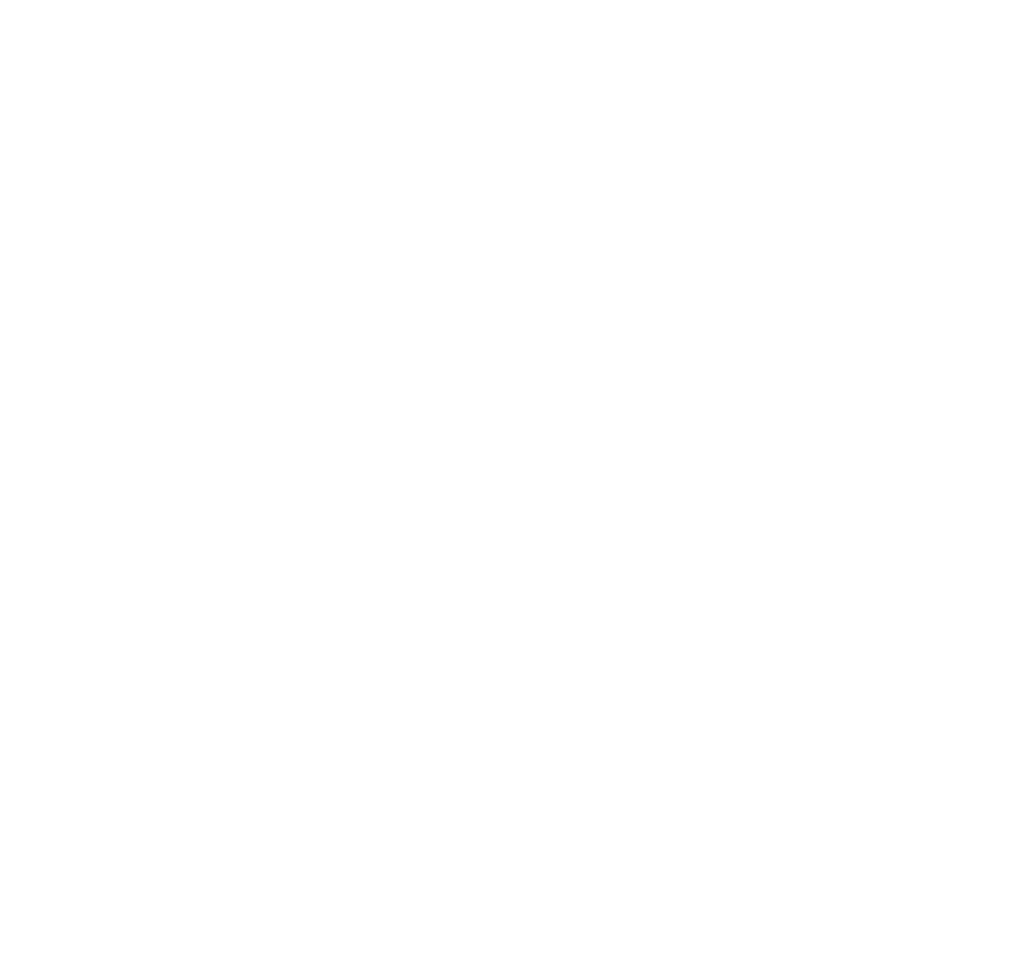
<source format=kicad_pcb>
(kicad_pcb (version 20240108) (generator "pcbnew") (generator_version "8.0")
  (layers (0 "F.Cu" signal) (31 "B.Cu" signal) (34 "B.Paste" user) (35 "F.Paste" user) (36 "B.SilkS" user "B.Silkscreen") (37 "F.SilkS" user "F.Silkscreen") (38 "B.Mask" user) (39 "F.Mask" user) (44 "Edge.Cuts" user))
  (net 0 "")
  (footprint "TestPoint:TestPoint_THTPad_D1.5mm_Drill0.7mm" (layer "F.Cu") (at 115.7782 76.708)
    (property "Reference" "REF**" (hide yes))
    (property "Value" "TestPoint_THTPad_D1.5mm_Drill0.7mm")
    (fp_circle (center 0 0) (end 0 0.95) (stroke (width 0.12)) (fill none) (layer "F.SilkS"))
    (pad "1" thru_hole circle (at 0 0) (size 1.2 1.2) (drill 0.7) (layers "*.Cu" "*.Mask"))
  )
  (footprint "TestPoint:TestPoint_THTPad_D1.5mm_Drill0.7mm" (layer "F.Cu") (at 115.7782 75.438)
    (property "Reference" "REF**" (hide yes))
    (property "Value" "TestPoint_THTPad_D1.5mm_Drill0.7mm")
    (fp_circle (center 0 0) (end 0 0.95) (stroke (width 0.12)) (fill none) (layer "F.SilkS"))
    (pad "1" thru_hole circle (at 0 0) (size 1.2 1.2) (drill 0.7) (layers "*.Cu" "*.Mask"))
  )
  (footprint "TestPoint:TestPoint_THTPad_D1.5mm_Drill0.7mm" (layer "F.Cu") (at 113.8682 75.438)
    (property "Reference" "REF**" (hide yes))
    (property "Value" "TestPoint_THTPad_D1.5mm_Drill0.7mm")
    (fp_circle (center 0 0) (end 0 0.95) (stroke (width 0.12)) (fill none) (layer "F.SilkS"))
    (pad "1" thru_hole circle (at 0 0) (size 1.2 1.2) (drill 0.7) (layers "*.Cu" "*.Mask"))
  )
  (footprint "TestPoint:TestPoint_THTPad_D1.5mm_Drill0.7mm" (layer "F.Cu") (at 113.8682 76.708)
    (property "Reference" "REF**" (hide yes))
    (property "Value" "TestPoint_THTPad_D1.5mm_Drill0.7mm")
    (fp_circle (center 0 0) (end 0 0.95) (stroke (width 0.12)) (fill none) (layer "F.SilkS"))
    (pad "1" thru_hole circle (at 0 0) (size 1.2 1.2) (drill 0.7) (layers "*.Cu" "*.Mask"))
  )
  (footprint "TestPoint:TestPoint_THTPad_D1.5mm_Drill0.7mm" (layer "F.Cu") (at 117.6882 76.708)
    (property "Reference" "REF**" (hide yes))
    (property "Value" "TestPoint_THTPad_D1.5mm_Drill0.7mm")
    (fp_circle (center 0 0) (end 0 0.95) (stroke (width 0.12)) (fill none) (layer "F.SilkS"))
    (pad "1" thru_hole circle (at 0 0) (size 1.2 1.2) (drill 0.7) (layers "*.Cu" "*.Mask"))
  )
  (footprint "TestPoint:TestPoint_THTPad_D1.5mm_Drill0.7mm" (layer "F.Cu") (at 117.6882 75.438)
    (property "Reference" "REF**" (hide yes))
    (property "Value" "TestPoint_THTPad_D1.5mm_Drill0.7mm")
    (fp_circle (center 0 0) (end 0 0.95) (stroke (width 0.12)) (fill none) (layer "F.SilkS"))
    (pad "1" thru_hole circle (at 0 0) (size 1.2 1.2) (drill 0.7) (layers "*.Cu" "*.Mask"))
  )
  (gr_poly (pts (xy 106.87304 73.54139) (xy 106.1974 73.54139) (xy 106.1974 73.49897) (xy 106.87304 73.49897)) (fill solid) (layer "F.SilkS"))
  (gr_poly (pts (xy 110.6424 73.49884) (xy 109.96422 73.49884) (xy 109.96422 73.45668) (xy 110.6424 73.45668)) (fill solid) (layer "F.SilkS"))
  (gr_poly (pts (xy 109.45622 72.99084) (xy 107.42422 72.99084) (xy 107.42422 72.94868) (xy 109.45622 72.94868)) (fill solid) (layer "F.SilkS"))
  (gr_poly (pts (xy 108.56722 71.63639) (xy 108.27004 71.63639) (xy 108.27004 71.59397) (xy 108.56722 71.59397)) (fill solid) (layer "F.SilkS"))
  (gr_poly (pts (xy 106.87304 72.14439) (xy 106.1974 72.14439) (xy 106.1974 72.10197) (xy 106.87304 72.10197)) (fill solid) (layer "F.SilkS"))
  (gr_poly (pts (xy 109.71022 74.51484) (xy 108.4834 74.51484) (xy 108.4834 74.47268) (xy 109.71022 74.47268)) (fill solid) (layer "F.SilkS"))
  (gr_poly (pts (xy 106.87304 72.01739) (xy 106.1974 72.01739) (xy 106.1974 71.97497) (xy 106.87304 71.97497)) (fill solid) (layer "F.SilkS"))
  (gr_poly (pts (xy 107.2134 73.8378) (xy 106.1974 73.8378) (xy 106.1974 73.79538) (xy 107.2134 73.79538)) (fill solid) (layer "F.SilkS"))
  (gr_poly (pts (xy 106.87304 72.52539) (xy 106.1974 72.52539) (xy 106.1974 72.48297) (xy 106.87304 72.48297)) (fill solid) (layer "F.SilkS"))
  (gr_poly (pts (xy 110.6424 73.87984) (xy 109.58322 73.87984) (xy 109.58322 73.83768) (xy 110.6424 73.83768)) (fill solid) (layer "F.SilkS"))
  (gr_poly (pts (xy 108.6104 70.32384) (xy 108.2294 70.32384) (xy 108.2294 70.28168) (xy 108.6104 70.28168)) (fill solid) (layer "F.SilkS"))
  (gr_poly (pts (xy 110.6424 71.8058) (xy 110.09122 71.8058) (xy 110.09122 71.76338) (xy 110.6424 71.76338)) (fill solid) (layer "F.SilkS"))
  (gr_poly (pts (xy 109.58322 70.87439) (xy 107.25404 70.87439) (xy 107.25404 70.83197) (xy 109.58322 70.83197)) (fill solid) (layer "F.SilkS"))
  (gr_poly (pts (xy 106.87304 72.60984) (xy 106.1974 72.60984) (xy 106.1974 72.56768) (xy 106.87304 72.56768)) (fill solid) (layer "F.SilkS"))
  (gr_poly (pts (xy 108.6104 71.6788) (xy 108.2294 71.6788) (xy 108.2294 71.63638) (xy 108.6104 71.63638)) (fill solid) (layer "F.SilkS"))
  (gr_poly (pts (xy 109.96422 71.08584) (xy 108.65104 71.08584) (xy 108.65104 71.04368) (xy 109.96422 71.04368)) (fill solid) (layer "F.SilkS"))
  (gr_poly (pts (xy 110.55604 74.00684) (xy 109.32922 74.00684) (xy 109.32922 73.96468) (xy 110.55604 73.96468)) (fill solid) (layer "F.SilkS"))
  (gr_poly (pts (xy 109.7534 72.73684) (xy 107.42422 72.73684) (xy 107.42422 72.69468) (xy 109.7534 72.69468)) (fill solid) (layer "F.SilkS"))
  (gr_poly (pts (xy 109.4994 70.83184) (xy 107.3404 70.83184) (xy 107.3404 70.78968) (xy 109.4994 70.78968)) (fill solid) (layer "F.SilkS"))
  (gr_poly (pts (xy 109.03204 71.9328) (xy 107.80522 71.9328) (xy 107.80522 71.89038) (xy 109.03204 71.89038)) (fill solid) (layer "F.SilkS"))
  (gr_poly (pts (xy 106.87304 71.97484) (xy 106.1974 71.97484) (xy 106.1974 71.93268) (xy 106.87304 71.93268)) (fill solid) (layer "F.SilkS"))
  (gr_poly (pts (xy 109.32922 73.41439) (xy 107.55122 73.41439) (xy 107.55122 73.37197) (xy 109.32922 73.37197)) (fill solid) (layer "F.SilkS"))
  (gr_poly (pts (xy 109.83722 72.6948) (xy 107.42422 72.6948) (xy 107.42422 72.65238) (xy 109.83722 72.65238)) (fill solid) (layer "F.SilkS"))
  (gr_poly (pts (xy 106.87304 72.4408) (xy 106.1974 72.4408) (xy 106.1974 72.39838) (xy 106.87304 72.39838)) (fill solid) (layer "F.SilkS"))
  (gr_poly (pts (xy 106.87304 72.73684) (xy 106.1974 72.73684) (xy 106.1974 72.69468) (xy 106.87304 72.69468)) (fill solid) (layer "F.SilkS"))
  (gr_poly (pts (xy 107.76204 71.33984) (xy 106.4514 71.33984) (xy 106.4514 71.29768) (xy 107.76204 71.29768)) (fill solid) (layer "F.SilkS"))
  (gr_poly (pts (xy 108.77804 70.4088) (xy 108.1024 70.4088) (xy 108.1024 70.36638) (xy 108.77804 70.36638)) (fill solid) (layer "F.SilkS"))
  (gr_poly (pts (xy 108.4834 70.23939) (xy 108.39704 70.23939) (xy 108.39704 70.19697) (xy 108.4834 70.19697)) (fill solid) (layer "F.SilkS"))
  (gr_poly (pts (xy 107.5944 74.04939) (xy 106.36504 74.04939) (xy 106.36504 74.00697) (xy 107.5944 74.00697)) (fill solid) (layer "F.SilkS"))
  (gr_poly (pts (xy 110.09122 71.1708) (xy 108.77804 71.1708) (xy 108.77804 71.12838) (xy 110.09122 71.12838)) (fill solid) (layer "F.SilkS"))
  (gr_poly (pts (xy 110.09122 74.30339) (xy 108.8644 74.30339) (xy 108.8644 74.26097) (xy 110.09122 74.26097)) (fill solid) (layer "F.SilkS"))
  (gr_poly (pts (xy 107.38104 71.5518) (xy 106.1974 71.5518) (xy 106.1974 71.50938) (xy 107.38104 71.50938)) (fill solid) (layer "F.SilkS"))
  (gr_poly (pts (xy 106.9594 73.66839) (xy 106.1974 73.66839) (xy 106.1974 73.62597) (xy 106.9594 73.62597)) (fill solid) (layer "F.SilkS"))
  (gr_poly (pts (xy 108.56722 75.19239) (xy 108.27004 75.19239) (xy 108.27004 75.14997) (xy 108.56722 75.14997)) (fill solid) (layer "F.SilkS"))
  (gr_poly (pts (xy 108.69422 71.72084) (xy 108.14304 71.72084) (xy 108.14304 71.67868) (xy 108.69422 71.67868)) (fill solid) (layer "F.SilkS"))
  (gr_poly (pts (xy 108.9914 70.5358) (xy 107.8484 70.5358) (xy 107.8484 70.49338) (xy 108.9914 70.49338)) (fill solid) (layer "F.SilkS"))
  (gr_poly (pts (xy 106.87304 72.22884) (xy 106.1974 72.22884) (xy 106.1974 72.18668) (xy 106.87304 72.18668)) (fill solid) (layer "F.SilkS"))
  (gr_poly (pts (xy 110.6424 72.4408) (xy 107.42422 72.4408) (xy 107.42422 72.39838) (xy 110.6424 72.39838)) (fill solid) (layer "F.SilkS"))
  (gr_poly (pts (xy 110.30204 74.17639) (xy 109.07522 74.17639) (xy 109.07522 74.13397) (xy 110.30204 74.13397)) (fill solid) (layer "F.SilkS"))
  (gr_poly (pts (xy 106.87304 71.84784) (xy 106.1974 71.84784) (xy 106.1974 71.80568) (xy 106.87304 71.80568)) (fill solid) (layer "F.SilkS"))
  (gr_poly (pts (xy 110.6424 72.60984) (xy 107.42422 72.60984) (xy 107.42422 72.56768) (xy 110.6424 72.56768)) (fill solid) (layer "F.SilkS"))
  (gr_poly (pts (xy 109.92104 72.65239) (xy 107.42422 72.65239) (xy 107.42422 72.60997) (xy 109.92104 72.60997)) (fill solid) (layer "F.SilkS"))
  (gr_poly (pts (xy 110.6424 72.01739) (xy 109.7534 72.01739) (xy 109.7534 71.97497) (xy 110.6424 71.97497)) (fill solid) (layer "F.SilkS"))
  (gr_poly (pts (xy 108.27004 71.0438) (xy 106.9594 71.0438) (xy 106.9594 71.00138) (xy 108.27004 71.00138)) (fill solid) (layer "F.SilkS"))
  (gr_poly (pts (xy 106.87304 72.1868) (xy 106.1974 72.1868) (xy 106.1974 72.14438) (xy 106.87304 72.14438)) (fill solid) (layer "F.SilkS"))
  (gr_poly (pts (xy 110.6424 73.75284) (xy 109.79404 73.75284) (xy 109.79404 73.71068) (xy 110.6424 73.71068)) (fill solid) (layer "F.SilkS"))
  (gr_poly (pts (xy 106.87304 72.10184) (xy 106.1974 72.10184) (xy 106.1974 72.05968) (xy 106.87304 72.05968)) (fill solid) (layer "F.SilkS"))
  (gr_poly (pts (xy 109.3724 72.14439) (xy 107.4674 72.14439) (xy 107.4674 72.10197) (xy 109.3724 72.10197)) (fill solid) (layer "F.SilkS"))
  (gr_poly (pts (xy 109.3724 70.74739) (xy 107.50804 70.74739) (xy 107.50804 70.70497) (xy 109.3724 70.70497)) (fill solid) (layer "F.SilkS"))
  (gr_poly (pts (xy 109.07522 74.89584) (xy 107.76204 74.89584) (xy 107.76204 74.85368) (xy 109.07522 74.85368)) (fill solid) (layer "F.SilkS"))
  (gr_poly (pts (xy 110.6424 72.0598) (xy 109.66704 72.0598) (xy 109.66704 72.01738) (xy 110.6424 72.01738)) (fill solid) (layer "F.SilkS"))
  (gr_poly (pts (xy 108.14304 74.38784) (xy 106.91622 74.38784) (xy 106.91622 74.34568) (xy 108.14304 74.34568)) (fill solid) (layer "F.SilkS"))
  (gr_poly (pts (xy 108.90504 70.49339) (xy 107.93222 70.49339) (xy 107.93222 70.45097) (xy 108.90504 70.45097)) (fill solid) (layer "F.SilkS"))
  (gr_poly (pts (xy 108.2294 74.43039) (xy 107.00004 74.43039) (xy 107.00004 74.38797) (xy 108.2294 74.38797)) (fill solid) (layer "F.SilkS"))
  (gr_poly (pts (xy 107.0864 73.75284) (xy 106.1974 73.75284) (xy 106.1974 73.71068) (xy 107.0864 73.71068)) (fill solid) (layer "F.SilkS"))
  (gr_poly (pts (xy 110.6424 73.37184) (xy 109.96422 73.37184) (xy 109.96422 73.32968) (xy 110.6424 73.32968)) (fill solid) (layer "F.SilkS"))
  (gr_poly (pts (xy 107.9754 71.21284) (xy 106.66222 71.21284) (xy 106.66222 71.17068) (xy 107.9754 71.17068)) (fill solid) (layer "F.SilkS"))
  (gr_poly (pts (xy 107.50804 74.00684) (xy 106.28122 74.00684) (xy 106.28122 73.96468) (xy 107.50804 73.96468)) (fill solid) (layer "F.SilkS"))
  (gr_poly (pts (xy 106.87304 73.5838) (xy 106.1974 73.5838) (xy 106.1974 73.54138) (xy 106.87304 73.54138)) (fill solid) (layer "F.SilkS"))
  (gr_poly (pts (xy 110.6424 72.90639) (xy 109.96422 72.90639) (xy 109.96422 72.86397) (xy 110.6424 72.86397)) (fill solid) (layer "F.SilkS"))
  (gr_poly (pts (xy 110.34522 74.13384) (xy 109.1184 74.13384) (xy 109.1184 74.09168) (xy 110.34522 74.09168)) (fill solid) (layer "F.SilkS"))
  (gr_poly (pts (xy 109.66704 70.9168) (xy 107.2134 70.9168) (xy 107.2134 70.87438) (xy 109.66704 70.87438)) (fill solid) (layer "F.SilkS"))
  (gr_poly (pts (xy 108.4834 73.87984) (xy 108.3564 73.87984) (xy 108.3564 73.83768) (xy 108.4834 73.83768)) (fill solid) (layer "F.SilkS"))
  (gr_poly (pts (xy 110.6424 73.4568) (xy 109.96422 73.4568) (xy 109.96422 73.41438) (xy 110.6424 73.41438)) (fill solid) (layer "F.SilkS"))
  (gr_poly (pts (xy 110.6424 73.7108) (xy 109.8804 73.7108) (xy 109.8804 73.66838) (xy 110.6424 73.66838)) (fill solid) (layer "F.SilkS"))
  (gr_poly (pts (xy 110.21822 74.2188) (xy 108.9914 74.2188) (xy 108.9914 74.17638) (xy 110.21822 74.17638)) (fill solid) (layer "F.SilkS"))
  (gr_poly (pts (xy 110.6424 72.99084) (xy 109.96422 72.99084) (xy 109.96422 72.94868) (xy 110.6424 72.94868)) (fill solid) (layer "F.SilkS"))
  (gr_poly (pts (xy 106.87304 73.03339) (xy 106.1974 73.03339) (xy 106.1974 72.99097) (xy 106.87304 72.99097)) (fill solid) (layer "F.SilkS"))
  (gr_poly (pts (xy 109.20222 73.49884) (xy 107.67822 73.49884) (xy 107.67822 73.45668) (xy 109.20222 73.45668)) (fill solid) (layer "F.SilkS"))
  (gr_poly (pts (xy 107.80522 74.17639) (xy 106.5784 74.17639) (xy 106.5784 74.13397) (xy 107.80522 74.13397)) (fill solid) (layer "F.SilkS"))
  (gr_poly (pts (xy 109.6264 74.55739) (xy 107.2134 74.55739) (xy 107.2134 74.51497) (xy 109.6264 74.51497)) (fill solid) (layer "F.SilkS"))
  (gr_poly (pts (xy 110.6424 73.03339) (xy 109.96422 73.03339) (xy 109.96422 72.99097) (xy 110.6424 72.99097)) (fill solid) (layer "F.SilkS"))
  (gr_poly (pts (xy 106.87304 73.16039) (xy 106.1974 73.16039) (xy 106.1974 73.11797) (xy 106.87304 73.11797)) (fill solid) (layer "F.SilkS"))
  (gr_poly (pts (xy 106.87304 72.99084) (xy 106.1974 72.99084) (xy 106.1974 72.94868) (xy 106.87304 72.94868)) (fill solid) (layer "F.SilkS"))
  (gr_poly (pts (xy 109.45622 73.16039) (xy 107.42422 73.16039) (xy 107.42422 73.11797) (xy 109.45622 73.11797)) (fill solid) (layer "F.SilkS"))
  (gr_poly (pts (xy 106.87304 72.6948) (xy 106.1974 72.6948) (xy 106.1974 72.65238) (xy 106.87304 72.65238)) (fill solid) (layer "F.SilkS"))
  (gr_poly (pts (xy 106.87304 73.2028) (xy 106.1974 73.2028) (xy 106.1974 73.16038) (xy 106.87304 73.16038)) (fill solid) (layer "F.SilkS"))
  (gr_poly (pts (xy 106.87304 72.0598) (xy 106.1974 72.0598) (xy 106.1974 72.01738) (xy 106.87304 72.01738)) (fill solid) (layer "F.SilkS"))
  (gr_poly (pts (xy 110.6424 73.92239) (xy 109.4994 73.92239) (xy 109.4994 73.87997) (xy 110.6424 73.87997)) (fill solid) (layer "F.SilkS"))
  (gr_poly (pts (xy 108.65104 73.79539) (xy 108.2294 73.79539) (xy 108.2294 73.75297) (xy 108.65104 73.75297)) (fill solid) (layer "F.SilkS"))
  (gr_poly (pts (xy 108.77804 75.06539) (xy 108.05922 75.06539) (xy 108.05922 75.02297) (xy 108.77804 75.02297)) (fill solid) (layer "F.SilkS"))
  (gr_poly (pts (xy 107.55122 71.46684) (xy 106.23804 71.46684) (xy 106.23804 71.42468) (xy 107.55122 71.42468)) (fill solid) (layer "F.SilkS"))
  (gr_poly (pts (xy 110.6424 73.11784) (xy 109.96422 73.11784) (xy 109.96422 73.07568) (xy 110.6424 73.07568)) (fill solid) (layer "F.SilkS"))
  (gr_poly (pts (xy 110.0074 74.3458) (xy 108.77804 74.3458) (xy 108.77804 74.30338) (xy 110.0074 74.30338)) (fill solid) (layer "F.SilkS"))
  (gr_poly (pts (xy 109.4994 71.5518) (xy 109.41304 71.5518) (xy 109.41304 71.50938) (xy 109.4994 71.50938)) (fill solid) (layer "F.SilkS"))
  (gr_poly (pts (xy 109.03204 73.5838) (xy 107.8484 73.5838) (xy 107.8484 73.54138) (xy 109.03204 73.54138)) (fill solid) (layer "F.SilkS"))
  (gr_poly (pts (xy 110.6424 73.2028) (xy 109.96422 73.2028) (xy 109.96422 73.16038) (xy 110.6424 73.16038)) (fill solid) (layer "F.SilkS"))
  (gr_poly (pts (xy 110.6424 72.9488) (xy 109.96422 72.9488) (xy 109.96422 72.90638) (xy 110.6424 72.90638)) (fill solid) (layer "F.SilkS"))
  (gr_poly (pts (xy 110.6424 71.9328) (xy 109.8804 71.9328) (xy 109.8804 71.89038) (xy 110.6424 71.89038)) (fill solid) (layer "F.SilkS"))
  (gr_poly (pts (xy 109.28604 73.4568) (xy 107.5944 73.4568) (xy 107.5944 73.41438) (xy 109.28604 73.41438)) (fill solid) (layer "F.SilkS"))
  (gr_poly (pts (xy 107.4674 71.50939) (xy 106.1974 71.50939) (xy 106.1974 71.46697) (xy 107.4674 71.46697)) (fill solid) (layer "F.SilkS"))
  (gr_poly (pts (xy 106.87304 72.9488) (xy 106.1974 72.9488) (xy 106.1974 72.90638) (xy 106.87304 72.90638)) (fill solid) (layer "F.SilkS"))
  (gr_poly (pts (xy 110.6424 73.62584) (xy 109.96422 73.62584) (xy 109.96422 73.58368) (xy 110.6424 73.58368)) (fill solid) (layer "F.SilkS"))
  (gr_poly (pts (xy 110.6424 72.39839) (xy 107.42422 72.39839) (xy 107.42422 72.35597) (xy 110.6424 72.35597)) (fill solid) (layer "F.SilkS"))
  (gr_poly (pts (xy 109.92104 71.2978) (xy 108.9914 71.2978) (xy 108.9914 71.25538) (xy 109.92104 71.25538)) (fill solid) (layer "F.SilkS"))
  (gr_poly (pts (xy 110.6424 71.5518) (xy 110.5154 71.5518) (xy 110.5154 71.50938) (xy 110.6424 71.50938)) (fill solid) (layer "F.SilkS"))
  (gr_poly (pts (xy 108.7374 71.76339) (xy 108.05922 71.76339) (xy 108.05922 71.72097) (xy 108.7374 71.72097)) (fill solid) (layer "F.SilkS"))
  (gr_poly (pts (xy 107.29722 73.87984) (xy 106.1974 73.87984) (xy 106.1974 73.83768) (xy 107.29722 73.83768)) (fill solid) (layer "F.SilkS"))
  (gr_poly (pts (xy 110.6424 73.54139) (xy 109.96422 73.54139) (xy 109.96422 73.49897) (xy 110.6424 73.49897)) (fill solid) (layer "F.SilkS"))
  (gr_poly (pts (xy 109.45622 73.03339) (xy 107.42422 73.03339) (xy 107.42422 72.99097) (xy 109.45622 72.99097)) (fill solid) (layer "F.SilkS"))
  (gr_poly (pts (xy 110.6424 72.48284) (xy 107.42422 72.48284) (xy 107.42422 72.44068) (xy 110.6424 72.44068)) (fill solid) (layer "F.SilkS"))
  (gr_poly (pts (xy 110.6424 71.63639) (xy 110.3884 71.63639) (xy 110.3884 71.59397) (xy 110.6424 71.59397)) (fill solid) (layer "F.SilkS"))
  (gr_poly (pts (xy 110.6424 71.76339) (xy 110.17504 71.76339) (xy 110.17504 71.72097) (xy 110.6424 71.72097)) (fill solid) (layer "F.SilkS"))
  (gr_poly (pts (xy 106.87304 73.11784) (xy 106.1974 73.11784) (xy 106.1974 73.07568) (xy 106.87304 73.07568)) (fill solid) (layer "F.SilkS"))
  (gr_poly (pts (xy 106.87304 72.27139) (xy 106.1974 72.27139) (xy 106.1974 72.22897) (xy 106.87304 72.22897)) (fill solid) (layer "F.SilkS"))
  (gr_poly (pts (xy 108.18622 71.08584) (xy 106.91622 71.08584) (xy 106.91622 71.04368) (xy 108.18622 71.04368)) (fill solid) (layer "F.SilkS"))
  (gr_poly (pts (xy 110.6424 73.41439) (xy 109.96422 73.41439) (xy 109.96422 73.37197) (xy 110.6424 73.37197)) (fill solid) (layer "F.SilkS"))
  (gr_poly (pts (xy 107.04322 71.76339) (xy 106.1974 71.76339) (xy 106.1974 71.72097) (xy 107.04322 71.72097)) (fill solid) (layer "F.SilkS"))
  (gr_poly (pts (xy 106.87304 72.77939) (xy 106.1974 72.77939) (xy 106.1974 72.73697) (xy 106.87304 72.73697)) (fill solid) (layer "F.SilkS"))
  (gr_poly (pts (xy 106.9594 71.8058) (xy 106.1974 71.8058) (xy 106.1974 71.76338) (xy 106.9594 71.76338)) (fill solid) (layer "F.SilkS"))
  (gr_poly (pts (xy 106.87304 71.9328) (xy 106.1974 71.9328) (xy 106.1974 71.89038) (xy 106.87304 71.89038)) (fill solid) (layer "F.SilkS"))
  (gr_poly (pts (xy 107.25404 71.63639) (xy 106.1974 71.63639) (xy 106.1974 71.59397) (xy 107.25404 71.59397)) (fill solid) (layer "F.SilkS"))
  (gr_poly (pts (xy 110.1344 74.26084) (xy 108.90504 74.26084) (xy 108.90504 74.21868) (xy 110.1344 74.21868)) (fill solid) (layer "F.SilkS"))
  (gr_poly (pts (xy 108.9914 74.93839) (xy 107.8484 74.93839) (xy 107.8484 74.89597) (xy 108.9914 74.89597)) (fill solid) (layer "F.SilkS"))
  (gr_poly (pts (xy 109.7534 71.38239) (xy 109.1184 71.38239) (xy 109.1184 71.33997) (xy 109.7534 71.33997)) (fill solid) (layer "F.SilkS"))
  (gr_poly (pts (xy 109.3724 74.7268) (xy 107.50804 74.7268) (xy 107.50804 74.68438) (xy 109.3724 74.68438)) (fill solid) (layer "F.SilkS"))
  (gr_poly (pts (xy 106.87304 71.89039) (xy 106.1974 71.89039) (xy 106.1974 71.84797) (xy 106.87304 71.84797)) (fill solid) (layer "F.SilkS"))
  (gr_poly (pts (xy 108.44022 70.19684) (xy 108.39704 70.19684) (xy 108.39704 70.15468) (xy 108.44022 70.15468)) (fill solid) (layer "F.SilkS"))
  (gr_poly (pts (xy 109.79404 71.00139) (xy 108.4834 71.00139) (xy 108.4834 70.95897) (xy 109.79404 70.95897)) (fill solid) (layer "F.SilkS"))
  (gr_poly (pts (xy 110.6424 72.65239) (xy 109.96422 72.65239) (xy 109.96422 72.60997) (xy 110.6424 72.60997)) (fill solid) (layer "F.SilkS"))
  (gr_poly (pts (xy 110.6424 73.28739) (xy 109.96422 73.28739) (xy 109.96422 73.24497) (xy 110.6424 73.24497)) (fill solid) (layer "F.SilkS"))
  (gr_poly (pts (xy 110.6424 73.79539) (xy 109.71022 73.79539) (xy 109.71022 73.75297) (xy 110.6424 73.75297)) (fill solid) (layer "F.SilkS"))
  (gr_poly (pts (xy 109.07522 70.57784) (xy 107.80522 70.57784) (xy 107.80522 70.53568) (xy 109.07522 70.53568)) (fill solid) (layer "F.SilkS"))
  (gr_poly (pts (xy 109.1184 73.54139) (xy 107.76204 73.54139) (xy 107.76204 73.49897) (xy 109.1184 73.49897)) (fill solid) (layer "F.SilkS"))
  (gr_poly (pts (xy 108.05922 71.1708) (xy 106.74604 71.1708) (xy 106.74604 71.12838) (xy 108.05922 71.12838)) (fill solid) (layer "F.SilkS"))
  (gr_poly (pts (xy 110.6424 72.5678) (xy 107.42422 72.5678) (xy 107.42422 72.52538) (xy 110.6424 72.52538)) (fill solid) (layer "F.SilkS"))
  (gr_poly (pts (xy 106.87304 72.8218) (xy 106.1974 72.8218) (xy 106.1974 72.77938) (xy 106.87304 72.77938)) (fill solid) (layer "F.SilkS"))
  (gr_poly (pts (xy 107.00004 73.7108) (xy 106.1974 73.7108) (xy 106.1974 73.66838) (xy 107.00004 73.66838)) (fill solid) (layer "F.SilkS"))
  (gr_poly (pts (xy 107.0864 71.72084) (xy 106.1974 71.72084) (xy 106.1974 71.67868) (xy 107.0864 71.67868)) (fill solid) (layer "F.SilkS"))
  (gr_poly (pts (xy 106.87304 72.90639) (xy 106.1974 72.90639) (xy 106.1974 72.86397) (xy 106.87304 72.86397)) (fill solid) (layer "F.SilkS"))
  (gr_poly (pts (xy 109.45622 73.24484) (xy 107.42422 73.24484) (xy 107.42422 73.20268) (xy 109.45622 73.20268)) (fill solid) (layer "F.SilkS"))
  (gr_poly (pts (xy 110.6424 72.10184) (xy 109.58322 72.10184) (xy 109.58322 72.05968) (xy 110.6424 72.05968)) (fill solid) (layer "F.SilkS"))
  (gr_poly (pts (xy 110.6424 72.8218) (xy 109.96422 72.8218) (xy 109.96422 72.77938) (xy 110.6424 72.77938)) (fill solid) (layer "F.SilkS"))
  (gr_poly (pts (xy 108.94822 71.89039) (xy 107.88904 71.89039) (xy 107.88904 71.84797) (xy 108.94822 71.84797)) (fill solid) (layer "F.SilkS"))
  (gr_poly (pts (xy 109.45622 72.9488) (xy 107.42422 72.9488) (xy 107.42422 72.90638) (xy 109.45622 72.90638)) (fill solid) (layer "F.SilkS"))
  (gr_poly (pts (xy 106.87304 73.62584) (xy 106.1974 73.62584) (xy 106.1974 73.58368) (xy 106.87304 73.58368)) (fill solid) (layer "F.SilkS"))
  (gr_poly (pts (xy 107.93222 74.26084) (xy 106.7054 74.26084) (xy 106.7054 74.21868) (xy 107.93222 74.21868)) (fill solid) (layer "F.SilkS"))
  (gr_poly (pts (xy 106.87304 73.41439) (xy 106.1974 73.41439) (xy 106.1974 73.37197) (xy 106.87304 73.37197)) (fill solid) (layer "F.SilkS"))
  (gr_poly (pts (xy 109.45622 73.28739) (xy 107.42422 73.28739) (xy 107.42422 73.24497) (xy 109.45622 73.24497)) (fill solid) (layer "F.SilkS"))
  (gr_poly (pts (xy 106.87304 73.0758) (xy 106.1974 73.0758) (xy 106.1974 73.03338) (xy 106.87304 73.03338)) (fill solid) (layer "F.SilkS"))
  (gr_poly (pts (xy 109.92104 74.38784) (xy 108.69422 74.38784) (xy 108.69422 74.34568) (xy 109.92104 74.34568)) (fill solid) (layer "F.SilkS"))
  (gr_poly (pts (xy 106.87304 72.35584) (xy 106.1974 72.35584) (xy 106.1974 72.31368) (xy 106.87304 72.31368)) (fill solid) (layer "F.SilkS"))
  (gr_poly (pts (xy 109.71022 72.77939) (xy 107.42422 72.77939) (xy 107.42422 72.73697) (xy 109.71022 72.73697)) (fill solid) (layer "F.SilkS"))
  (gr_poly (pts (xy 108.31322 74.4728) (xy 107.0864 74.4728) (xy 107.0864 74.43038) (xy 108.31322 74.43038)) (fill solid) (layer "F.SilkS"))
  (gr_poly (pts (xy 106.87304 73.49884) (xy 106.1974 73.49884) (xy 106.1974 73.45668) (xy 106.87304 73.45668)) (fill solid) (layer "F.SilkS"))
  (gr_poly (pts (xy 110.6424 73.9648) (xy 109.41304 73.9648) (xy 109.41304 73.92238) (xy 110.6424 73.92238)) (fill solid) (layer "F.SilkS"))
  (gr_poly (pts (xy 108.52404 70.2818) (xy 108.31322 70.2818) (xy 108.31322 70.23938) (xy 108.52404 70.23938)) (fill solid) (layer "F.SilkS"))
  (gr_poly (pts (xy 110.6424 72.3138) (xy 107.42422 72.3138) (xy 107.42422 72.27138) (xy 110.6424 72.27138)) (fill solid) (layer "F.SilkS"))
  (gr_poly (pts (xy 109.45622 73.0758) (xy 107.42422 73.0758) (xy 107.42422 73.03338) (xy 109.45622 73.03338)) (fill solid) (layer "F.SilkS"))
  (gr_poly (pts (xy 109.71022 71.4248) (xy 109.20222 71.4248) (xy 109.20222 71.38238) (xy 109.71022 71.38238)) (fill solid) (layer "F.SilkS"))
  (gr_poly (pts (xy 108.82122 71.8058) (xy 108.01604 71.8058) (xy 108.01604 71.76338) (xy 108.82122 71.76338)) (fill solid) (layer "F.SilkS"))
  (gr_poly (pts (xy 109.20222 70.6628) (xy 107.63504 70.6628) (xy 107.63504 70.62038) (xy 109.20222 70.62038)) (fill solid) (layer "F.SilkS"))
  (gr_poly (pts (xy 110.6424 72.27139) (xy 107.42422 72.27139) (xy 107.42422 72.22897) (xy 110.6424 72.22897)) (fill solid) (layer "F.SilkS"))
  (gr_poly (pts (xy 110.6424 71.84784) (xy 110.0074 71.84784) (xy 110.0074 71.80568) (xy 110.6424 71.80568)) (fill solid) (layer "F.SilkS"))
  (gr_poly (pts (xy 109.6264 71.46684) (xy 109.28604 71.46684) (xy 109.28604 71.42468) (xy 109.6264 71.42468)) (fill solid) (layer "F.SilkS"))
  (gr_poly (pts (xy 109.41304 73.37184) (xy 107.4674 73.37184) (xy 107.4674 73.32968) (xy 109.41304 73.32968)) (fill solid) (layer "F.SilkS"))
  (gr_poly (pts (xy 109.41304 70.7898) (xy 107.42422 70.7898) (xy 107.42422 70.74738) (xy 109.41304 70.74738)) (fill solid) (layer "F.SilkS"))
  (gr_poly (pts (xy 109.58322 72.86384) (xy 107.42422 72.86384) (xy 107.42422 72.82168) (xy 109.58322 72.82168)) (fill solid) (layer "F.SilkS"))
  (gr_poly (pts (xy 109.71022 70.95884) (xy 107.12704 70.95884) (xy 107.12704 70.91668) (xy 109.71022 70.91668)) (fill solid) (layer "F.SilkS"))
  (gr_poly (pts (xy 108.7374 73.75284) (xy 108.14304 73.75284) (xy 108.14304 73.71068) (xy 108.7374 73.71068)) (fill solid) (layer "F.SilkS"))
  (gr_poly (pts (xy 110.6424 73.5838) (xy 109.96422 73.5838) (xy 109.96422 73.54138) (xy 110.6424 73.54138)) (fill solid) (layer "F.SilkS"))
  (gr_poly (pts (xy 107.7214 74.13384) (xy 106.49204 74.13384) (xy 106.49204 74.09168) (xy 107.7214 74.09168)) (fill solid) (layer "F.SilkS"))
  (gr_poly (pts (xy 108.8644 75.02284) (xy 107.9754 75.02284) (xy 107.9754 74.98068) (xy 108.8644 74.98068)) (fill solid) (layer "F.SilkS"))
  (gr_poly (pts (xy 108.94822 74.9808) (xy 107.93222 74.9808) (xy 107.93222 74.93838) (xy 108.94822 74.93838)) (fill solid) (layer "F.SilkS"))
  (gr_poly (pts (xy 110.6424 73.66839) (xy 109.92104 73.66839) (xy 109.92104 73.62597) (xy 110.6424 73.62597)) (fill solid) (layer "F.SilkS"))
  (gr_poly (pts (xy 106.87304 73.3298) (xy 106.1974 73.3298) (xy 106.1974 73.28738) (xy 106.87304 73.28738)) (fill solid) (layer "F.SilkS"))
  (gr_poly (pts (xy 107.67822 71.38239) (xy 106.40822 71.38239) (xy 106.40822 71.33997) (xy 107.67822 71.33997)) (fill solid) (layer "F.SilkS"))
  (gr_poly (pts (xy 108.3564 74.51484) (xy 107.12704 74.51484) (xy 107.12704 74.47268) (xy 108.3564 74.47268)) (fill solid) (layer "F.SilkS"))
  (gr_poly (pts (xy 106.87304 72.3138) (xy 106.1974 72.3138) (xy 106.1974 72.27138) (xy 106.87304 72.27138)) (fill solid) (layer "F.SilkS"))
  (gr_poly (pts (xy 110.6424 72.73684) (xy 109.96422 72.73684) (xy 109.96422 72.69468) (xy 110.6424 72.69468)) (fill solid) (layer "F.SilkS"))
  (gr_poly (pts (xy 108.4834 75.2348) (xy 108.3564 75.2348) (xy 108.3564 75.19238) (xy 108.4834 75.19238)) (fill solid) (layer "F.SilkS"))
  (gr_poly (pts (xy 108.4834 71.59384) (xy 108.3564 71.59384) (xy 108.3564 71.55168) (xy 108.4834 71.55168)) (fill solid) (layer "F.SilkS"))
  (gr_poly (pts (xy 109.58322 74.5998) (xy 107.25404 74.5998) (xy 107.25404 74.55738) (xy 109.58322 74.55738)) (fill solid) (layer "F.SilkS"))
  (gr_poly (pts (xy 108.14304 71.12839) (xy 106.8324 71.12839) (xy 106.8324 71.08597) (xy 108.14304 71.08597)) (fill solid) (layer "F.SilkS"))
  (gr_poly (pts (xy 109.96422 71.25539) (xy 108.90504 71.25539) (xy 108.90504 71.21297) (xy 109.96422 71.21297)) (fill solid) (layer "F.SilkS"))
  (gr_poly (pts (xy 110.6424 71.6788) (xy 110.30204 71.6788) (xy 110.30204 71.63638) (xy 110.6424 71.63638)) (fill solid) (layer "F.SilkS"))
  (gr_poly (pts (xy 110.6424 73.3298) (xy 109.96422 73.3298) (xy 109.96422 73.28738) (xy 110.6424 73.28738)) (fill solid) (layer "F.SilkS"))
  (gr_poly (pts (xy 108.94822 73.62584) (xy 107.88904 73.62584) (xy 107.88904 73.58368) (xy 108.94822 73.58368)) (fill solid) (layer "F.SilkS"))
  (gr_poly (pts (xy 110.6424 72.86384) (xy 109.96422 72.86384) (xy 109.96422 72.82168) (xy 110.6424 72.82168)) (fill solid) (layer "F.SilkS"))
  (gr_poly (pts (xy 110.42904 74.0918) (xy 109.20222 74.0918) (xy 109.20222 74.04938) (xy 110.42904 74.04938)) (fill solid) (layer "F.SilkS"))
  (gr_poly (pts (xy 108.69422 70.36639) (xy 108.14304 70.36639) (xy 108.14304 70.32397) (xy 108.69422 70.32397)) (fill solid) (layer "F.SilkS"))
  (gr_poly (pts (xy 109.45622 73.2028) (xy 107.42422 73.2028) (xy 107.42422 73.16038) (xy 109.45622 73.16038)) (fill solid) (layer "F.SilkS"))
  (gr_poly (pts (xy 110.6424 73.16039) (xy 109.96422 73.16039) (xy 109.96422 73.11797) (xy 110.6424 73.11797)) (fill solid) (layer "F.SilkS"))
  (gr_poly (pts (xy 108.3564 71.00139) (xy 107.04322 71.00139) (xy 107.04322 70.95897) (xy 108.3564 70.95897)) (fill solid) (layer "F.SilkS"))
  (gr_poly (pts (xy 109.4994 74.64184) (xy 107.3404 74.64184) (xy 107.3404 74.59968) (xy 109.4994 74.59968)) (fill solid) (layer "F.SilkS"))
  (gr_poly (pts (xy 109.45622 73.3298) (xy 107.42422 73.3298) (xy 107.42422 73.28738) (xy 109.45622 73.28738)) (fill solid) (layer "F.SilkS"))
  (gr_poly (pts (xy 107.42422 73.9648) (xy 106.1974 73.9648) (xy 106.1974 73.92238) (xy 107.42422 73.92238)) (fill solid) (layer "F.SilkS"))
  (gr_poly (pts (xy 109.79404 74.4728) (xy 108.56722 74.4728) (xy 108.56722 74.43038) (xy 109.79404 74.43038)) (fill solid) (layer "F.SilkS"))
  (gr_poly (pts (xy 107.93222 71.25539) (xy 106.61904 71.25539) (xy 106.61904 71.21297) (xy 107.93222 71.21297)) (fill solid) (layer "F.SilkS"))
  (gr_poly (pts (xy 110.6424 71.72084) (xy 110.21822 71.72084) (xy 110.21822 71.67868) (xy 110.6424 71.67868)) (fill solid) (layer "F.SilkS"))
  (gr_poly (pts (xy 109.41304 72.1868) (xy 107.42422 72.1868) (xy 107.42422 72.14438) (xy 109.41304 72.14438)) (fill solid) (layer "F.SilkS"))
  (gr_poly (pts (xy 106.87304 72.86384) (xy 106.1974 72.86384) (xy 106.1974 72.82168) (xy 106.87304 72.82168)) (fill solid) (layer "F.SilkS"))
  (gr_poly (pts (xy 108.01604 74.30339) (xy 106.78922 74.30339) (xy 106.78922 74.26097) (xy 108.01604 74.26097)) (fill solid) (layer "F.SilkS"))
  (gr_poly (pts (xy 110.6424 72.52539) (xy 107.42422 72.52539) (xy 107.42422 72.48297) (xy 110.6424 72.48297)) (fill solid) (layer "F.SilkS"))
  (gr_poly (pts (xy 109.28604 74.76884) (xy 107.55122 74.76884) (xy 107.55122 74.72668) (xy 109.28604 74.72668)) (fill solid) (layer "F.SilkS"))
  (gr_poly (pts (xy 109.83722 71.33984) (xy 109.07522 71.33984) (xy 109.07522 71.29768) (xy 109.83722 71.29768)) (fill solid) (layer "F.SilkS"))
  (gr_poly (pts (xy 108.56722 73.8378) (xy 108.27004 73.8378) (xy 108.27004 73.79538) (xy 108.56722 73.79538)) (fill solid) (layer "F.SilkS"))
  (gr_poly (pts (xy 108.65104 75.14984) (xy 108.2294 75.14984) (xy 108.2294 75.10768) (xy 108.65104 75.10768)) (fill solid) (layer "F.SilkS"))
  (gr_poly (pts (xy 107.63504 74.0918) (xy 106.40822 74.0918) (xy 106.40822 74.04938) (xy 107.63504 74.04938)) (fill solid) (layer "F.SilkS"))
  (gr_poly (pts (xy 109.6264 72.8218) (xy 107.42422 72.8218) (xy 107.42422 72.77938) (xy 109.6264 72.77938)) (fill solid) (layer "F.SilkS"))
  (gr_poly (pts (xy 108.8644 73.66839) (xy 107.9754 73.66839) (xy 107.9754 73.62597) (xy 108.8644 73.62597)) (fill solid) (layer "F.SilkS"))
  (gr_poly (pts (xy 109.8804 71.0438) (xy 108.56722 71.0438) (xy 108.56722 71.00138) (xy 109.8804 71.00138)) (fill solid) (layer "F.SilkS"))
  (gr_poly (pts (xy 108.7374 75.1078) (xy 108.14304 75.1078) (xy 108.14304 75.06538) (xy 108.7374 75.06538)) (fill solid) (layer "F.SilkS"))
  (gr_poly (pts (xy 108.82122 70.45084) (xy 108.01604 70.45084) (xy 108.01604 70.40868) (xy 108.82122 70.40868)) (fill solid) (layer "F.SilkS"))
  (gr_poly (pts (xy 106.87304 73.28739) (xy 106.1974 73.28739) (xy 106.1974 73.24497) (xy 106.87304 73.24497)) (fill solid) (layer "F.SilkS"))
  (gr_poly (pts (xy 107.63504 71.4248) (xy 106.3244 71.4248) (xy 106.3244 71.38238) (xy 107.63504 71.38238)) (fill solid) (layer "F.SilkS"))
  (gr_poly (pts (xy 108.90504 71.84784) (xy 107.93222 71.84784) (xy 107.93222 71.80568) (xy 108.90504 71.80568)) (fill solid) (layer "F.SilkS"))
  (gr_poly (pts (xy 110.5154 74.04939) (xy 109.28604 74.04939) (xy 109.28604 74.00697) (xy 110.5154 74.00697)) (fill solid) (layer "F.SilkS"))
  (gr_poly (pts (xy 110.6424 72.35584) (xy 107.42422 72.35584) (xy 107.42422 72.31368) (xy 110.6424 72.31368)) (fill solid) (layer "F.SilkS"))
  (gr_poly (pts (xy 110.6424 71.89039) (xy 109.96422 71.89039) (xy 109.96422 71.84797) (xy 110.6424 71.84797)) (fill solid) (layer "F.SilkS"))
  (gr_poly (pts (xy 109.45622 73.11784) (xy 107.42422 73.11784) (xy 107.42422 73.07568) (xy 109.45622 73.07568)) (fill solid) (layer "F.SilkS"))
  (gr_poly (pts (xy 109.20222 72.0598) (xy 107.5944 72.0598) (xy 107.5944 72.01738) (xy 109.20222 72.01738)) (fill solid) (layer "F.SilkS"))
  (gr_poly (pts (xy 110.6424 71.97484) (xy 109.79404 71.97484) (xy 109.79404 71.93268) (xy 110.6424 71.93268)) (fill solid) (layer "F.SilkS"))
  (gr_poly (pts (xy 110.6424 73.0758) (xy 109.96422 73.0758) (xy 109.96422 73.03338) (xy 110.6424 73.03338)) (fill solid) (layer "F.SilkS"))
  (gr_poly (pts (xy 109.15904 72.01739) (xy 107.67822 72.01739) (xy 107.67822 71.97497) (xy 109.15904 71.97497)) (fill solid) (layer "F.SilkS"))
  (gr_poly (pts (xy 107.17022 73.79539) (xy 106.1974 73.79539) (xy 106.1974 73.75297) (xy 107.17022 73.75297)) (fill solid) (layer "F.SilkS"))
  (gr_poly (pts (xy 109.15904 74.8538) (xy 107.7214 74.8538) (xy 107.7214 74.81138) (xy 109.15904 74.81138)) (fill solid) (layer "F.SilkS"))
  (gr_poly (pts (xy 106.87304 72.48284) (xy 106.1974 72.48284) (xy 106.1974 72.44068) (xy 106.87304 72.44068)) (fill solid) (layer "F.SilkS"))
  (gr_poly (pts (xy 107.3404 71.59384) (xy 106.1974 71.59384) (xy 106.1974 71.55168) (xy 107.3404 71.55168)) (fill solid) (layer "F.SilkS"))
  (gr_poly (pts (xy 109.54004 71.50939) (xy 109.32922 71.50939) (xy 109.32922 71.46697) (xy 109.54004 71.46697)) (fill solid) (layer "F.SilkS"))
  (gr_poly (pts (xy 109.20222 74.81139) (xy 107.63504 74.81139) (xy 107.63504 74.76897) (xy 109.20222 74.76897)) (fill solid) (layer "F.SilkS"))
  (gr_poly (pts (xy 108.1024 74.3458) (xy 106.8324 74.3458) (xy 106.8324 74.30338) (xy 108.1024 74.30338)) (fill solid) (layer "F.SilkS"))
  (gr_poly (pts (xy 108.82122 73.7108) (xy 108.05922 73.7108) (xy 108.05922 73.66838) (xy 108.82122 73.66838)) (fill solid) (layer "F.SilkS"))
  (gr_poly (pts (xy 106.87304 72.65239) (xy 106.1974 72.65239) (xy 106.1974 72.60997) (xy 106.87304 72.60997)) (fill solid) (layer "F.SilkS"))
  (gr_poly (pts (xy 110.6424 72.6948) (xy 109.96422 72.6948) (xy 109.96422 72.65238) (xy 110.6424 72.65238)) (fill solid) (layer "F.SilkS"))
  (gr_poly (pts (xy 109.28604 70.70484) (xy 107.55122 70.70484) (xy 107.55122 70.66268) (xy 109.28604 70.66268)) (fill solid) (layer "F.SilkS"))
  (gr_poly (pts (xy 110.0074 71.12839) (xy 108.69422 71.12839) (xy 108.69422 71.08597) (xy 110.0074 71.08597)) (fill solid) (layer "F.SilkS"))
  (gr_poly (pts (xy 107.17022 71.6788) (xy 106.1974 71.6788) (xy 106.1974 71.63638) (xy 107.17022 71.63638)) (fill solid) (layer "F.SilkS"))
  (gr_poly (pts (xy 109.4994 72.90639) (xy 107.42422 72.90639) (xy 107.42422 72.86397) (xy 109.4994 72.86397)) (fill solid) (layer "F.SilkS"))
  (gr_poly (pts (xy 106.87304 73.4568) (xy 106.1974 73.4568) (xy 106.1974 73.41438) (xy 106.87304 73.41438)) (fill solid) (layer "F.SilkS"))
  (gr_poly (pts (xy 110.6424 72.14439) (xy 109.54004 72.14439) (xy 109.54004 72.10197) (xy 110.6424 72.10197)) (fill solid) (layer "F.SilkS"))
  (gr_poly (pts (xy 106.87304 72.39839) (xy 106.1974 72.39839) (xy 106.1974 72.35597) (xy 106.87304 72.35597)) (fill solid) (layer "F.SilkS"))
  (gr_poly (pts (xy 107.8484 71.2978) (xy 106.53522 71.2978) (xy 106.53522 71.25538) (xy 107.8484 71.25538)) (fill solid) (layer "F.SilkS"))
  (gr_poly (pts (xy 109.1184 70.62039) (xy 107.7214 70.62039) (xy 107.7214 70.57797) (xy 109.1184 70.57797)) (fill solid) (layer "F.SilkS"))
  (gr_poly (pts (xy 106.87304 73.24484) (xy 106.1974 73.24484) (xy 106.1974 73.20268) (xy 106.87304 73.20268)) (fill solid) (layer "F.SilkS"))
  (gr_poly (pts (xy 110.6424 71.59384) (xy 110.42904 71.59384) (xy 110.42904 71.55168) (xy 110.6424 71.55168)) (fill solid) (layer "F.SilkS"))
  (gr_poly (pts (xy 110.6424 73.24484) (xy 109.96422 73.24484) (xy 109.96422 73.20268) (xy 110.6424 73.20268)) (fill solid) (layer "F.SilkS"))
  (gr_poly (pts (xy 109.8804 74.43039) (xy 108.6104 74.43039) (xy 108.6104 74.38797) (xy 109.8804 74.38797)) (fill solid) (layer "F.SilkS"))
  (gr_poly (pts (xy 109.07522 71.97484) (xy 107.7214 71.97484) (xy 107.7214 71.93268) (xy 109.07522 71.93268)) (fill solid) (layer "F.SilkS"))
  (gr_poly (pts (xy 110.04804 71.21284) (xy 108.8644 71.21284) (xy 108.8644 71.17068) (xy 110.04804 71.17068)) (fill solid) (layer "F.SilkS"))
  (gr_poly (pts (xy 107.38104 73.92239) (xy 106.1974 73.92239) (xy 106.1974 73.87997) (xy 107.38104 73.87997)) (fill solid) (layer "F.SilkS"))
  (gr_poly (pts (xy 110.6424 73.8378) (xy 109.6264 73.8378) (xy 109.6264 73.79538) (xy 110.6424 73.79538)) (fill solid) (layer "F.SilkS"))
  (gr_poly (pts (xy 106.87304 72.5678) (xy 106.1974 72.5678) (xy 106.1974 72.52538) (xy 106.87304 72.52538)) (fill solid) (layer "F.SilkS"))
  (gr_poly (pts (xy 107.8484 74.2188) (xy 106.61904 74.2188) (xy 106.61904 74.17638) (xy 107.8484 74.17638)) (fill solid) (layer "F.SilkS"))
  (gr_poly (pts (xy 110.6424 72.77939) (xy 109.96422 72.77939) (xy 109.96422 72.73697) (xy 110.6424 72.73697)) (fill solid) (layer "F.SilkS"))
  (gr_poly (pts (xy 110.6424 72.1868) (xy 109.45622 72.1868) (xy 109.45622 72.14438) (xy 110.6424 72.14438)) (fill solid) (layer "F.SilkS"))
  (gr_poly (pts (xy 106.87304 73.37184) (xy 106.1974 73.37184) (xy 106.1974 73.32968) (xy 106.87304 73.32968)) (fill solid) (layer "F.SilkS"))
  (gr_poly (pts (xy 110.6424 72.22884) (xy 107.42422 72.22884) (xy 107.42422 72.18668) (xy 110.6424 72.18668)) (fill solid) (layer "F.SilkS"))
  (gr_poly (pts (xy 110.6424 71.50939) (xy 110.55604 71.50939) (xy 110.55604 71.46697) (xy 110.6424 71.46697)) (fill solid) (layer "F.SilkS"))
  (gr_poly (pts (xy 109.28604 72.10184) (xy 107.50804 72.10184) (xy 107.50804 72.05968) (xy 109.28604 72.05968)) (fill solid) (layer "F.SilkS"))
  (gr_poly (pts (xy 109.41304 74.68439) (xy 107.42422 74.68439) (xy 107.42422 74.64197) (xy 109.41304 74.64197)) (fill solid) (layer "F.SilkS"))
  (via (at 598.932 -1185.9006) (size 2.15901) (drill 2.159) (layers "F.Cu" "B.Cu") (net 0))
  (via (at 802.132 -741.4006) (size 10.16001) (drill 10.16) (layers "F.Cu" "B.Cu") (net 0))
  (via (at 2147.483637 -1579.6006) (size 10.16001) (drill 10.16) (layers "F.Cu" "B.Cu") (net 0))
  (via (at 383.286 -563.6006) (size 2.15901) (drill 2.159) (layers "F.Cu" "B.Cu") (net 0))
  (via (at 608.21316 -1973.3006) (size 0.35002) (drill 0.35001) (layers "F.Cu" "B.Cu") (net 0))
  (via (at 955.802 -1973.3006) (size 0.81281) (drill 0.8128) (layers "F.Cu" "B.Cu") (net 0))
  (via (at 685.292 -1008.1006) (size 1.77801) (drill 1.778) (layers "F.Cu" "B.Cu") (net 0))
  (via (at 648.462 -1973.3006) (size 0.81281) (drill 0.8128) (layers "F.Cu" "B.Cu") (net 0))
  (via (at 405.892 -1325.6006) (size 1.77801) (drill 1.778) (layers "F.Cu" "B.Cu") (net 0))
  (via (at 640.842 -1008.1006) (size 1.77801) (drill 1.778) (layers "F.Cu" "B.Cu") (net 0))
  (via (at 820.42 -957.3006) (size 1.77801) (drill 1.778) (layers "F.Cu" "B.Cu") (net 0))
  (via (at 942.086 -1664.6906) (size 2.15901) (drill 2.159) (layers "F.Cu" "B.Cu") (net 0))
  (via (at 397.002 -1973.3006) (size 0.81281) (drill 0.8128) (layers "F.Cu" "B.Cu") (net 0))
  (via (at 869.442 -462.0006) (size 4.57201) (drill 4.572) (layers "F.Cu" "B.Cu") (net 0))
  (via (at 446.532 -1185.9006) (size 2.15901) (drill 2.159) (layers "F.Cu" "B.Cu") (net 0))
  (via (at 420.25316 -1973.3006) (size 0.35002) (drill 0.35001) (layers "F.Cu" "B.Cu") (net 0))
  (via (at 930.402 -1973.3006) (size 0.81281) (drill 0.8128) (layers "F.Cu" "B.Cu") (net 0))
  (via (at 662.686 -563.6006) (size 2.15901) (drill 2.159) (layers "F.Cu" "B.Cu") (net 0))
  (via (at 662.686 -1664.6906) (size 2.15901) (drill 2.159) (layers "F.Cu" "B.Cu") (net 0))
  (via (at 1671.32 -1185.9006) (size 2.15901) (drill 2.159) (layers "F.Cu" "B.Cu") (net 0))
  (via (at 725.932 -1185.9006) (size 2.15901) (drill 2.159) (layers "F.Cu" "B.Cu") (net 0))
  (via (at 922.02 -1973.3006) (size 0.81281) (drill 0.8128) (layers "F.Cu" "B.Cu") (net 0))
  (via (at 383.286 -1664.6906) (size 2.15901) (drill 2.159) (layers "F.Cu" "B.Cu") (net 0))
  (via (at 940.816 -563.6006) (size 2.15901) (drill 2.159) (layers "F.Cu" "B.Cu") (net 0))
  (via (at 1264.92 -957.3006) (size 1.77801) (drill 1.778) (layers "F.Cu" "B.Cu") (net 0))
  (via (at 878.332 -1185.9006) (size 2.15901) (drill 2.159) (layers "F.Cu" "B.Cu") (net 0))
  (via (at 437.25084 -1973.3006) (size 0.35002) (drill 0.35001) (layers "F.Cu" "B.Cu") (net 0))
  (via (at 979.05316 -1973.3006) (size 0.35002) (drill 0.35001) (layers "F.Cu" "B.Cu") (net 0))
  (via (at 1038.86 -563.6006) (size 2.15901) (drill 2.159) (layers "F.Cu" "B.Cu") (net 0))
  (via (at 963.422 -1008.1006) (size 1.77801) (drill 1.778) (layers "F.Cu" "B.Cu") (net 0))
  (via (at 663.702 -1008.1006) (size 1.77801) (drill 1.778) (layers "F.Cu" "B.Cu") (net 0))
  (via (at 963.422 -1325.6006) (size 1.77801) (drill 1.778) (layers "F.Cu" "B.Cu") (net 0))
  (via (at 360.934 -1325.6006) (size 1.27001) (drill 1.27) (layers "F.Cu" "B.Cu") (net 0))
  (via (at 384.302 -957.3006) (size 1.77801) (drill 1.778) (layers "F.Cu" "B.Cu") (net 0))
  (via (at 815.34 -1325.6006) (size 1.27001) (drill 1.27) (layers "F.Cu" "B.Cu") (net 0))
  (via (at 625.21084 -1973.3006) (size 0.35002) (drill 0.35001) (layers "F.Cu" "B.Cu") (net 0))
  (via (at 403.86 -1185.9006) (size 2.15901) (drill 2.159) (layers "F.Cu" "B.Cu") (net 0))
  (via (at 405.892 -957.3006) (size 1.77801) (drill 1.778) (layers "F.Cu" "B.Cu") (net 0))
  (via (at 1578.5084 -1973.3006) (size 0.35002) (drill 0.35001) (layers "F.Cu" "B.Cu") (net 0))
  (via (at 1049.02 -957.3006) (size 1.77801) (drill 1.778) (layers "F.Cu" "B.Cu") (net 0))
  (via (at 1049.02 -1325.6006) (size 1.77801) (drill 1.778) (layers "F.Cu" "B.Cu") (net 0))
  (via (at 663.702 -1325.6006) (size 1.77801) (drill 1.778) (layers "F.Cu" "B.Cu") (net 0))
  (via (at 1264.92 -1325.6006) (size 1.77801) (drill 1.778) (layers "F.Cu" "B.Cu") (net 0))
  (via (at 319.532 -1185.9006) (size 2.15901) (drill 2.159) (layers "F.Cu" "B.Cu") (net 0))
  (via (at 384.302 -1325.6006) (size 1.77801) (drill 1.778) (layers "F.Cu" "B.Cu") (net 0))
  (via (at 1408.5316 -1973.3006) (size 0.35002) (drill 0.35001) (layers "F.Cu" "B.Cu") (net 0))
  (via (at 996.05084 -1973.3006) (size 0.35002) (drill 0.35001) (layers "F.Cu" "B.Cu") (net 0))
  (via (at 297.942 -1871.7006) (size 4.57201) (drill 4.572) (layers "F.Cu" "B.Cu") (net 0))
  (via (at 361.442 -957.3006) (size 1.77801) (drill 1.778) (layers "F.Cu" "B.Cu") (net 0))
  (via (at 685.292 -1325.6006) (size 1.77801) (drill 1.778) (layers "F.Cu" "B.Cu") (net 0))
  (via (at 918.464 -1325.6006) (size 1.27001) (drill 1.27) (layers "F.Cu" "B.Cu") (net 0))
  (via (at 918.972 -1008.1006) (size 1.77801) (drill 1.778) (layers "F.Cu" "B.Cu") (net 0))
  (via (at 941.832 -1325.6006) (size 1.77801) (drill 1.778) (layers "F.Cu" "B.Cu") (net 0))
  (via (at 1176.02 -1973.3006) (size 0.81281) (drill 0.8128) (layers "F.Cu" "B.Cu") (net 0))
  (via (at 371.602 -1973.3006) (size 0.81281) (drill 0.8128) (layers "F.Cu" "B.Cu") (net 0))
  (via (at 941.832 -1008.1006) (size 1.77801) (drill 1.778) (layers "F.Cu" "B.Cu") (net 0))
  (via (at 673.862 -1973.3006) (size 0.81281) (drill 0.8128) (layers "F.Cu" "B.Cu") (net 0))
  (via (at 640.334 -1325.6006) (size 1.27001) (drill 1.27) (layers "F.Cu" "B.Cu") (net 0))
  (via (at 1005.332 -1185.9006) (size 2.15901) (drill 2.159) (layers "F.Cu" "B.Cu") (net 0))
  (via (at 1038.86 -1664.6906) (size 2.15901) (drill 2.159) (layers "F.Cu" "B.Cu") (net 0))
)
</source>
